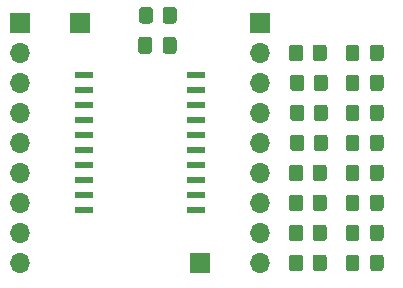
<source format=gbr>
%TF.GenerationSoftware,KiCad,Pcbnew,(5.1.9)-1*%
%TF.CreationDate,2023-01-12T13:49:32+03:00*%
%TF.ProjectId,STACK1,53544143-4b31-42e6-9b69-6361645f7063,rev?*%
%TF.SameCoordinates,Original*%
%TF.FileFunction,Soldermask,Top*%
%TF.FilePolarity,Negative*%
%FSLAX46Y46*%
G04 Gerber Fmt 4.6, Leading zero omitted, Abs format (unit mm)*
G04 Created by KiCad (PCBNEW (5.1.9)-1) date 2023-01-12 13:49:32*
%MOMM*%
%LPD*%
G01*
G04 APERTURE LIST*
%ADD10R,1.700000X1.700000*%
%ADD11O,1.700000X1.700000*%
%ADD12R,1.500000X0.600000*%
G04 APERTURE END LIST*
%TO.C,R9*%
G36*
G01*
X62900000Y-27755001D02*
X62900000Y-26854999D01*
G75*
G02*
X63149999Y-26605000I249999J0D01*
G01*
X63850001Y-26605000D01*
G75*
G02*
X64100000Y-26854999I0J-249999D01*
G01*
X64100000Y-27755001D01*
G75*
G02*
X63850001Y-28005000I-249999J0D01*
G01*
X63149999Y-28005000D01*
G75*
G02*
X62900000Y-27755001I0J249999D01*
G01*
G37*
G36*
G01*
X60900000Y-27755001D02*
X60900000Y-26854999D01*
G75*
G02*
X61149999Y-26605000I249999J0D01*
G01*
X61850001Y-26605000D01*
G75*
G02*
X62100000Y-26854999I0J-249999D01*
G01*
X62100000Y-27755001D01*
G75*
G02*
X61850001Y-28005000I-249999J0D01*
G01*
X61149999Y-28005000D01*
G75*
G02*
X60900000Y-27755001I0J249999D01*
G01*
G37*
%TD*%
D10*
%TO.C,J4*%
X55880000Y-27940000D03*
%TD*%
%TO.C,J3*%
X66040000Y-48260000D03*
%TD*%
%TO.C,C1*%
G36*
G01*
X64087500Y-29370000D02*
X64087500Y-30320000D01*
G75*
G02*
X63837500Y-30570000I-250000J0D01*
G01*
X63162500Y-30570000D01*
G75*
G02*
X62912500Y-30320000I0J250000D01*
G01*
X62912500Y-29370000D01*
G75*
G02*
X63162500Y-29120000I250000J0D01*
G01*
X63837500Y-29120000D01*
G75*
G02*
X64087500Y-29370000I0J-250000D01*
G01*
G37*
G36*
G01*
X62012500Y-29370000D02*
X62012500Y-30320000D01*
G75*
G02*
X61762500Y-30570000I-250000J0D01*
G01*
X61087500Y-30570000D01*
G75*
G02*
X60837500Y-30320000I0J250000D01*
G01*
X60837500Y-29370000D01*
G75*
G02*
X61087500Y-29120000I250000J0D01*
G01*
X61762500Y-29120000D01*
G75*
G02*
X62012500Y-29370000I0J-250000D01*
G01*
G37*
%TD*%
%TO.C,D1*%
G36*
G01*
X81610000Y-30029999D02*
X81610000Y-30930001D01*
G75*
G02*
X81360001Y-31180000I-249999J0D01*
G01*
X80709999Y-31180000D01*
G75*
G02*
X80460000Y-30930001I0J249999D01*
G01*
X80460000Y-30029999D01*
G75*
G02*
X80709999Y-29780000I249999J0D01*
G01*
X81360001Y-29780000D01*
G75*
G02*
X81610000Y-30029999I0J-249999D01*
G01*
G37*
G36*
G01*
X79560000Y-30029999D02*
X79560000Y-30930001D01*
G75*
G02*
X79310001Y-31180000I-249999J0D01*
G01*
X78659999Y-31180000D01*
G75*
G02*
X78410000Y-30930001I0J249999D01*
G01*
X78410000Y-30029999D01*
G75*
G02*
X78659999Y-29780000I249999J0D01*
G01*
X79310001Y-29780000D01*
G75*
G02*
X79560000Y-30029999I0J-249999D01*
G01*
G37*
%TD*%
%TO.C,D2*%
G36*
G01*
X81610000Y-32569999D02*
X81610000Y-33470001D01*
G75*
G02*
X81360001Y-33720000I-249999J0D01*
G01*
X80709999Y-33720000D01*
G75*
G02*
X80460000Y-33470001I0J249999D01*
G01*
X80460000Y-32569999D01*
G75*
G02*
X80709999Y-32320000I249999J0D01*
G01*
X81360001Y-32320000D01*
G75*
G02*
X81610000Y-32569999I0J-249999D01*
G01*
G37*
G36*
G01*
X79560000Y-32569999D02*
X79560000Y-33470001D01*
G75*
G02*
X79310001Y-33720000I-249999J0D01*
G01*
X78659999Y-33720000D01*
G75*
G02*
X78410000Y-33470001I0J249999D01*
G01*
X78410000Y-32569999D01*
G75*
G02*
X78659999Y-32320000I249999J0D01*
G01*
X79310001Y-32320000D01*
G75*
G02*
X79560000Y-32569999I0J-249999D01*
G01*
G37*
%TD*%
%TO.C,D3*%
G36*
G01*
X79560000Y-35109999D02*
X79560000Y-36010001D01*
G75*
G02*
X79310001Y-36260000I-249999J0D01*
G01*
X78659999Y-36260000D01*
G75*
G02*
X78410000Y-36010001I0J249999D01*
G01*
X78410000Y-35109999D01*
G75*
G02*
X78659999Y-34860000I249999J0D01*
G01*
X79310001Y-34860000D01*
G75*
G02*
X79560000Y-35109999I0J-249999D01*
G01*
G37*
G36*
G01*
X81610000Y-35109999D02*
X81610000Y-36010001D01*
G75*
G02*
X81360001Y-36260000I-249999J0D01*
G01*
X80709999Y-36260000D01*
G75*
G02*
X80460000Y-36010001I0J249999D01*
G01*
X80460000Y-35109999D01*
G75*
G02*
X80709999Y-34860000I249999J0D01*
G01*
X81360001Y-34860000D01*
G75*
G02*
X81610000Y-35109999I0J-249999D01*
G01*
G37*
%TD*%
%TO.C,D4*%
G36*
G01*
X81610000Y-37649999D02*
X81610000Y-38550001D01*
G75*
G02*
X81360001Y-38800000I-249999J0D01*
G01*
X80709999Y-38800000D01*
G75*
G02*
X80460000Y-38550001I0J249999D01*
G01*
X80460000Y-37649999D01*
G75*
G02*
X80709999Y-37400000I249999J0D01*
G01*
X81360001Y-37400000D01*
G75*
G02*
X81610000Y-37649999I0J-249999D01*
G01*
G37*
G36*
G01*
X79560000Y-37649999D02*
X79560000Y-38550001D01*
G75*
G02*
X79310001Y-38800000I-249999J0D01*
G01*
X78659999Y-38800000D01*
G75*
G02*
X78410000Y-38550001I0J249999D01*
G01*
X78410000Y-37649999D01*
G75*
G02*
X78659999Y-37400000I249999J0D01*
G01*
X79310001Y-37400000D01*
G75*
G02*
X79560000Y-37649999I0J-249999D01*
G01*
G37*
%TD*%
%TO.C,D5*%
G36*
G01*
X79560000Y-40189999D02*
X79560000Y-41090001D01*
G75*
G02*
X79310001Y-41340000I-249999J0D01*
G01*
X78659999Y-41340000D01*
G75*
G02*
X78410000Y-41090001I0J249999D01*
G01*
X78410000Y-40189999D01*
G75*
G02*
X78659999Y-39940000I249999J0D01*
G01*
X79310001Y-39940000D01*
G75*
G02*
X79560000Y-40189999I0J-249999D01*
G01*
G37*
G36*
G01*
X81610000Y-40189999D02*
X81610000Y-41090001D01*
G75*
G02*
X81360001Y-41340000I-249999J0D01*
G01*
X80709999Y-41340000D01*
G75*
G02*
X80460000Y-41090001I0J249999D01*
G01*
X80460000Y-40189999D01*
G75*
G02*
X80709999Y-39940000I249999J0D01*
G01*
X81360001Y-39940000D01*
G75*
G02*
X81610000Y-40189999I0J-249999D01*
G01*
G37*
%TD*%
%TO.C,D6*%
G36*
G01*
X79560000Y-42729999D02*
X79560000Y-43630001D01*
G75*
G02*
X79310001Y-43880000I-249999J0D01*
G01*
X78659999Y-43880000D01*
G75*
G02*
X78410000Y-43630001I0J249999D01*
G01*
X78410000Y-42729999D01*
G75*
G02*
X78659999Y-42480000I249999J0D01*
G01*
X79310001Y-42480000D01*
G75*
G02*
X79560000Y-42729999I0J-249999D01*
G01*
G37*
G36*
G01*
X81610000Y-42729999D02*
X81610000Y-43630001D01*
G75*
G02*
X81360001Y-43880000I-249999J0D01*
G01*
X80709999Y-43880000D01*
G75*
G02*
X80460000Y-43630001I0J249999D01*
G01*
X80460000Y-42729999D01*
G75*
G02*
X80709999Y-42480000I249999J0D01*
G01*
X81360001Y-42480000D01*
G75*
G02*
X81610000Y-42729999I0J-249999D01*
G01*
G37*
%TD*%
%TO.C,D7*%
G36*
G01*
X79560000Y-45269999D02*
X79560000Y-46170001D01*
G75*
G02*
X79310001Y-46420000I-249999J0D01*
G01*
X78659999Y-46420000D01*
G75*
G02*
X78410000Y-46170001I0J249999D01*
G01*
X78410000Y-45269999D01*
G75*
G02*
X78659999Y-45020000I249999J0D01*
G01*
X79310001Y-45020000D01*
G75*
G02*
X79560000Y-45269999I0J-249999D01*
G01*
G37*
G36*
G01*
X81610000Y-45269999D02*
X81610000Y-46170001D01*
G75*
G02*
X81360001Y-46420000I-249999J0D01*
G01*
X80709999Y-46420000D01*
G75*
G02*
X80460000Y-46170001I0J249999D01*
G01*
X80460000Y-45269999D01*
G75*
G02*
X80709999Y-45020000I249999J0D01*
G01*
X81360001Y-45020000D01*
G75*
G02*
X81610000Y-45269999I0J-249999D01*
G01*
G37*
%TD*%
%TO.C,D8*%
G36*
G01*
X81610000Y-47809999D02*
X81610000Y-48710001D01*
G75*
G02*
X81360001Y-48960000I-249999J0D01*
G01*
X80709999Y-48960000D01*
G75*
G02*
X80460000Y-48710001I0J249999D01*
G01*
X80460000Y-47809999D01*
G75*
G02*
X80709999Y-47560000I249999J0D01*
G01*
X81360001Y-47560000D01*
G75*
G02*
X81610000Y-47809999I0J-249999D01*
G01*
G37*
G36*
G01*
X79560000Y-47809999D02*
X79560000Y-48710001D01*
G75*
G02*
X79310001Y-48960000I-249999J0D01*
G01*
X78659999Y-48960000D01*
G75*
G02*
X78410000Y-48710001I0J249999D01*
G01*
X78410000Y-47809999D01*
G75*
G02*
X78659999Y-47560000I249999J0D01*
G01*
X79310001Y-47560000D01*
G75*
G02*
X79560000Y-47809999I0J-249999D01*
G01*
G37*
%TD*%
D11*
%TO.C,J1*%
X71120000Y-48260000D03*
X71120000Y-45720000D03*
X71120000Y-43180000D03*
X71120000Y-40640000D03*
X71120000Y-38100000D03*
X71120000Y-35560000D03*
X71120000Y-33020000D03*
X71120000Y-30480000D03*
D10*
X71120000Y-27940000D03*
%TD*%
%TO.C,J2*%
X50800000Y-27940000D03*
D11*
X50800000Y-30480000D03*
X50800000Y-33020000D03*
X50800000Y-35560000D03*
X50800000Y-38100000D03*
X50800000Y-40640000D03*
X50800000Y-43180000D03*
X50800000Y-45720000D03*
X50800000Y-48260000D03*
%TD*%
%TO.C,R1*%
G36*
G01*
X76800000Y-30029999D02*
X76800000Y-30930001D01*
G75*
G02*
X76550001Y-31180000I-249999J0D01*
G01*
X75849999Y-31180000D01*
G75*
G02*
X75600000Y-30930001I0J249999D01*
G01*
X75600000Y-30029999D01*
G75*
G02*
X75849999Y-29780000I249999J0D01*
G01*
X76550001Y-29780000D01*
G75*
G02*
X76800000Y-30029999I0J-249999D01*
G01*
G37*
G36*
G01*
X74800000Y-30029999D02*
X74800000Y-30930001D01*
G75*
G02*
X74550001Y-31180000I-249999J0D01*
G01*
X73849999Y-31180000D01*
G75*
G02*
X73600000Y-30930001I0J249999D01*
G01*
X73600000Y-30029999D01*
G75*
G02*
X73849999Y-29780000I249999J0D01*
G01*
X74550001Y-29780000D01*
G75*
G02*
X74800000Y-30029999I0J-249999D01*
G01*
G37*
%TD*%
%TO.C,R2*%
G36*
G01*
X76895000Y-32569999D02*
X76895000Y-33470001D01*
G75*
G02*
X76645001Y-33720000I-249999J0D01*
G01*
X75944999Y-33720000D01*
G75*
G02*
X75695000Y-33470001I0J249999D01*
G01*
X75695000Y-32569999D01*
G75*
G02*
X75944999Y-32320000I249999J0D01*
G01*
X76645001Y-32320000D01*
G75*
G02*
X76895000Y-32569999I0J-249999D01*
G01*
G37*
G36*
G01*
X74895000Y-32569999D02*
X74895000Y-33470001D01*
G75*
G02*
X74645001Y-33720000I-249999J0D01*
G01*
X73944999Y-33720000D01*
G75*
G02*
X73695000Y-33470001I0J249999D01*
G01*
X73695000Y-32569999D01*
G75*
G02*
X73944999Y-32320000I249999J0D01*
G01*
X74645001Y-32320000D01*
G75*
G02*
X74895000Y-32569999I0J-249999D01*
G01*
G37*
%TD*%
%TO.C,R3*%
G36*
G01*
X74895000Y-35109999D02*
X74895000Y-36010001D01*
G75*
G02*
X74645001Y-36260000I-249999J0D01*
G01*
X73944999Y-36260000D01*
G75*
G02*
X73695000Y-36010001I0J249999D01*
G01*
X73695000Y-35109999D01*
G75*
G02*
X73944999Y-34860000I249999J0D01*
G01*
X74645001Y-34860000D01*
G75*
G02*
X74895000Y-35109999I0J-249999D01*
G01*
G37*
G36*
G01*
X76895000Y-35109999D02*
X76895000Y-36010001D01*
G75*
G02*
X76645001Y-36260000I-249999J0D01*
G01*
X75944999Y-36260000D01*
G75*
G02*
X75695000Y-36010001I0J249999D01*
G01*
X75695000Y-35109999D01*
G75*
G02*
X75944999Y-34860000I249999J0D01*
G01*
X76645001Y-34860000D01*
G75*
G02*
X76895000Y-35109999I0J-249999D01*
G01*
G37*
%TD*%
%TO.C,R4*%
G36*
G01*
X74895000Y-37649999D02*
X74895000Y-38550001D01*
G75*
G02*
X74645001Y-38800000I-249999J0D01*
G01*
X73944999Y-38800000D01*
G75*
G02*
X73695000Y-38550001I0J249999D01*
G01*
X73695000Y-37649999D01*
G75*
G02*
X73944999Y-37400000I249999J0D01*
G01*
X74645001Y-37400000D01*
G75*
G02*
X74895000Y-37649999I0J-249999D01*
G01*
G37*
G36*
G01*
X76895000Y-37649999D02*
X76895000Y-38550001D01*
G75*
G02*
X76645001Y-38800000I-249999J0D01*
G01*
X75944999Y-38800000D01*
G75*
G02*
X75695000Y-38550001I0J249999D01*
G01*
X75695000Y-37649999D01*
G75*
G02*
X75944999Y-37400000I249999J0D01*
G01*
X76645001Y-37400000D01*
G75*
G02*
X76895000Y-37649999I0J-249999D01*
G01*
G37*
%TD*%
%TO.C,R5*%
G36*
G01*
X76800000Y-40189999D02*
X76800000Y-41090001D01*
G75*
G02*
X76550001Y-41340000I-249999J0D01*
G01*
X75849999Y-41340000D01*
G75*
G02*
X75600000Y-41090001I0J249999D01*
G01*
X75600000Y-40189999D01*
G75*
G02*
X75849999Y-39940000I249999J0D01*
G01*
X76550001Y-39940000D01*
G75*
G02*
X76800000Y-40189999I0J-249999D01*
G01*
G37*
G36*
G01*
X74800000Y-40189999D02*
X74800000Y-41090001D01*
G75*
G02*
X74550001Y-41340000I-249999J0D01*
G01*
X73849999Y-41340000D01*
G75*
G02*
X73600000Y-41090001I0J249999D01*
G01*
X73600000Y-40189999D01*
G75*
G02*
X73849999Y-39940000I249999J0D01*
G01*
X74550001Y-39940000D01*
G75*
G02*
X74800000Y-40189999I0J-249999D01*
G01*
G37*
%TD*%
%TO.C,R6*%
G36*
G01*
X74800000Y-42729999D02*
X74800000Y-43630001D01*
G75*
G02*
X74550001Y-43880000I-249999J0D01*
G01*
X73849999Y-43880000D01*
G75*
G02*
X73600000Y-43630001I0J249999D01*
G01*
X73600000Y-42729999D01*
G75*
G02*
X73849999Y-42480000I249999J0D01*
G01*
X74550001Y-42480000D01*
G75*
G02*
X74800000Y-42729999I0J-249999D01*
G01*
G37*
G36*
G01*
X76800000Y-42729999D02*
X76800000Y-43630001D01*
G75*
G02*
X76550001Y-43880000I-249999J0D01*
G01*
X75849999Y-43880000D01*
G75*
G02*
X75600000Y-43630001I0J249999D01*
G01*
X75600000Y-42729999D01*
G75*
G02*
X75849999Y-42480000I249999J0D01*
G01*
X76550001Y-42480000D01*
G75*
G02*
X76800000Y-42729999I0J-249999D01*
G01*
G37*
%TD*%
%TO.C,R7*%
G36*
G01*
X74800000Y-45269999D02*
X74800000Y-46170001D01*
G75*
G02*
X74550001Y-46420000I-249999J0D01*
G01*
X73849999Y-46420000D01*
G75*
G02*
X73600000Y-46170001I0J249999D01*
G01*
X73600000Y-45269999D01*
G75*
G02*
X73849999Y-45020000I249999J0D01*
G01*
X74550001Y-45020000D01*
G75*
G02*
X74800000Y-45269999I0J-249999D01*
G01*
G37*
G36*
G01*
X76800000Y-45269999D02*
X76800000Y-46170001D01*
G75*
G02*
X76550001Y-46420000I-249999J0D01*
G01*
X75849999Y-46420000D01*
G75*
G02*
X75600000Y-46170001I0J249999D01*
G01*
X75600000Y-45269999D01*
G75*
G02*
X75849999Y-45020000I249999J0D01*
G01*
X76550001Y-45020000D01*
G75*
G02*
X76800000Y-45269999I0J-249999D01*
G01*
G37*
%TD*%
%TO.C,R8*%
G36*
G01*
X76800000Y-47809999D02*
X76800000Y-48710001D01*
G75*
G02*
X76550001Y-48960000I-249999J0D01*
G01*
X75849999Y-48960000D01*
G75*
G02*
X75600000Y-48710001I0J249999D01*
G01*
X75600000Y-47809999D01*
G75*
G02*
X75849999Y-47560000I249999J0D01*
G01*
X76550001Y-47560000D01*
G75*
G02*
X76800000Y-47809999I0J-249999D01*
G01*
G37*
G36*
G01*
X74800000Y-47809999D02*
X74800000Y-48710001D01*
G75*
G02*
X74550001Y-48960000I-249999J0D01*
G01*
X73849999Y-48960000D01*
G75*
G02*
X73600000Y-48710001I0J249999D01*
G01*
X73600000Y-47809999D01*
G75*
G02*
X73849999Y-47560000I249999J0D01*
G01*
X74550001Y-47560000D01*
G75*
G02*
X74800000Y-47809999I0J-249999D01*
G01*
G37*
%TD*%
D12*
%TO.C,U1*%
X56210000Y-38735000D03*
X56210000Y-37465000D03*
X56210000Y-36195000D03*
X56210000Y-34925000D03*
X56210000Y-33655000D03*
X56210000Y-32385000D03*
X56210000Y-40005000D03*
X56210000Y-41275000D03*
X56210000Y-42545000D03*
X56210000Y-43815000D03*
X65710000Y-43815000D03*
X65710000Y-42545000D03*
X65710000Y-41275000D03*
X65710000Y-40005000D03*
X65710000Y-38735000D03*
X65710000Y-37465000D03*
X65710000Y-36195000D03*
X65710000Y-34925000D03*
X65710000Y-33655000D03*
X65710000Y-32385000D03*
%TD*%
M02*

</source>
